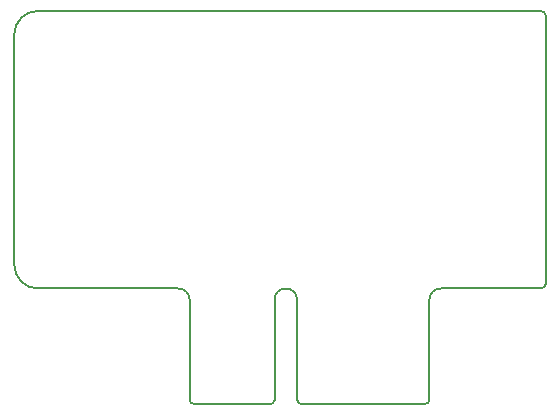
<source format=gbr>
G04 #@! TF.FileFunction,Profile,NP*
%FSLAX46Y46*%
G04 Gerber Fmt 4.6, Leading zero omitted, Abs format (unit mm)*
G04 Created by KiCad (PCBNEW 4.0.2+e4-6225~38~ubuntu14.04.1-stable) date Fri 29 Jul 2016 09:52:58 PM PDT*
%MOMM*%
G01*
G04 APERTURE LIST*
%ADD10C,0.100000*%
%ADD11C,0.150000*%
G04 APERTURE END LIST*
D10*
D11*
X169600000Y-70000000D02*
G75*
G02X170000000Y-70400000I0J-400000D01*
G01*
X170000000Y-93100000D02*
G75*
G02X169600000Y-93500000I-400000J0D01*
G01*
X159750000Y-103300000D02*
G75*
G03X160150000Y-102900000I0J400000D01*
G01*
X149350000Y-103300000D02*
G75*
G02X148950000Y-102900000I0J400000D01*
G01*
X146650000Y-103300000D02*
G75*
G03X147050000Y-102900000I0J400000D01*
G01*
X140250000Y-103300000D02*
G75*
G02X139850000Y-102900000I0J400000D01*
G01*
X170000000Y-70400000D02*
X170000000Y-93100000D01*
X169600000Y-93500000D02*
X161100000Y-93500000D01*
X161100000Y-93500000D02*
G75*
G03X160150000Y-94450000I0J-950000D01*
G01*
X125000000Y-91500000D02*
X125000000Y-72000000D01*
X125000000Y-91500000D02*
G75*
G03X127000000Y-93500000I2000000J0D01*
G01*
X138900000Y-93500000D02*
X127000000Y-93500000D01*
X138900000Y-93500000D02*
G75*
G02X139850000Y-94450000I0J-950000D01*
G01*
X127000000Y-70000000D02*
G75*
G03X125000000Y-72000000I0J-2000000D01*
G01*
X169600000Y-70000000D02*
X127000000Y-70000000D01*
X160150000Y-102900000D02*
X160150000Y-94450000D01*
X149350000Y-103300000D02*
X159750000Y-103300000D01*
X139850000Y-102900000D02*
X139850000Y-94450000D01*
X146650000Y-103300000D02*
X140250000Y-103300000D01*
X148950000Y-94450000D02*
G75*
G03X147050000Y-94450000I-950000J0D01*
G01*
X148950000Y-94450000D02*
X148950000Y-102900000D01*
X147050000Y-94450000D02*
X147050000Y-102900000D01*
M02*

</source>
